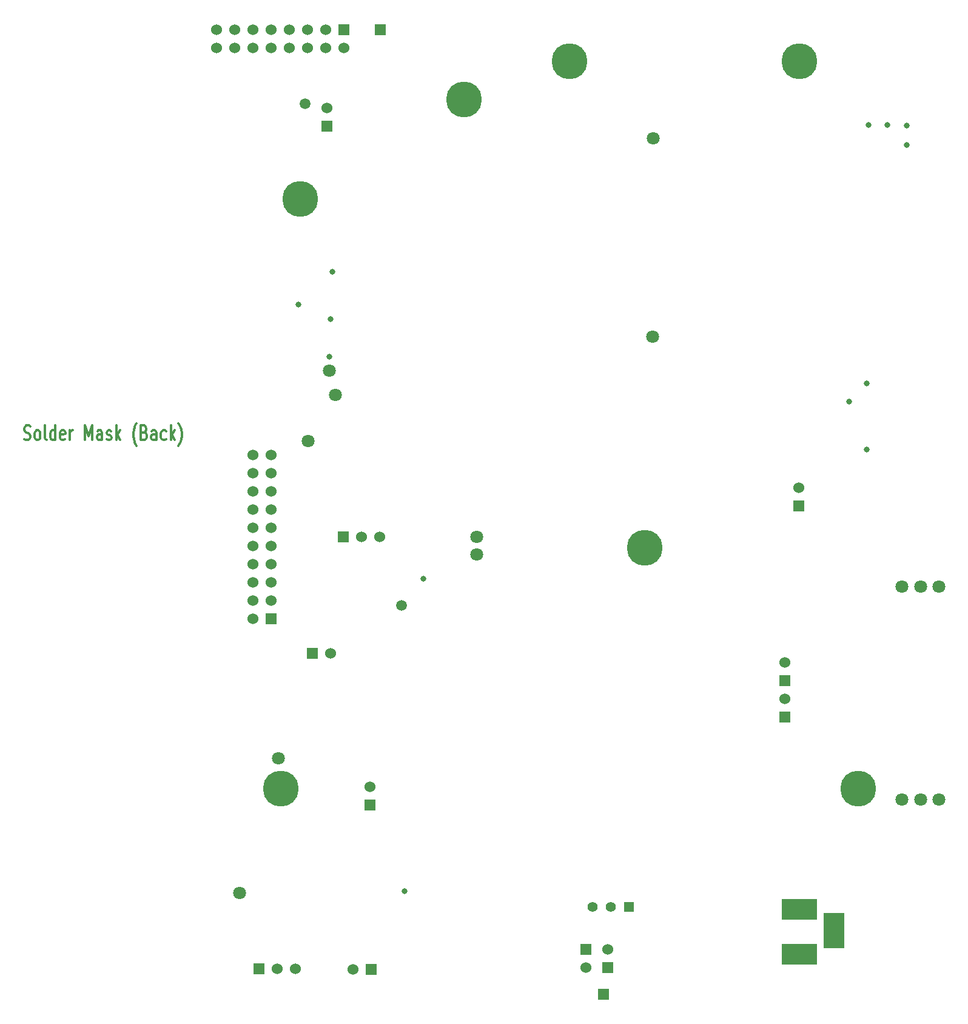
<source format=gbs>
G04 (created by PCBNEW-RS274X (2012-01-19 BZR 3256)-stable) date Fri 21 Sep 2012 20:50:06 BST*
G01*
G70*
G90*
%MOIN*%
G04 Gerber Fmt 3.4, Leading zero omitted, Abs format*
%FSLAX34Y34*%
G04 APERTURE LIST*
%ADD10C,0.009800*%
%ADD11C,0.012000*%
%ADD12R,0.055000X0.055000*%
%ADD13C,0.055000*%
%ADD14R,0.063000X0.063000*%
%ADD15R,0.060000X0.060000*%
%ADD16C,0.060000*%
%ADD17R,0.196900X0.118100*%
%ADD18R,0.118100X0.196900*%
%ADD19C,0.059100*%
%ADD20C,0.070900*%
%ADD21C,0.031600*%
%ADD22C,0.196900*%
G04 APERTURE END LIST*
G54D10*
G54D11*
X05372Y-33760D02*
X05458Y-33798D01*
X05601Y-33798D01*
X05658Y-33760D01*
X05687Y-33722D01*
X05715Y-33645D01*
X05715Y-33569D01*
X05687Y-33493D01*
X05658Y-33455D01*
X05601Y-33417D01*
X05487Y-33379D01*
X05429Y-33341D01*
X05401Y-33303D01*
X05372Y-33226D01*
X05372Y-33150D01*
X05401Y-33074D01*
X05429Y-33036D01*
X05487Y-32998D01*
X05629Y-32998D01*
X05715Y-33036D01*
X06058Y-33798D02*
X06000Y-33760D01*
X05972Y-33722D01*
X05943Y-33645D01*
X05943Y-33417D01*
X05972Y-33341D01*
X06000Y-33303D01*
X06058Y-33264D01*
X06143Y-33264D01*
X06200Y-33303D01*
X06229Y-33341D01*
X06258Y-33417D01*
X06258Y-33645D01*
X06229Y-33722D01*
X06200Y-33760D01*
X06143Y-33798D01*
X06058Y-33798D01*
X06601Y-33798D02*
X06543Y-33760D01*
X06515Y-33684D01*
X06515Y-32998D01*
X07086Y-33798D02*
X07086Y-32998D01*
X07086Y-33760D02*
X07029Y-33798D01*
X06915Y-33798D01*
X06857Y-33760D01*
X06829Y-33722D01*
X06800Y-33645D01*
X06800Y-33417D01*
X06829Y-33341D01*
X06857Y-33303D01*
X06915Y-33264D01*
X07029Y-33264D01*
X07086Y-33303D01*
X07600Y-33760D02*
X07543Y-33798D01*
X07429Y-33798D01*
X07372Y-33760D01*
X07343Y-33684D01*
X07343Y-33379D01*
X07372Y-33303D01*
X07429Y-33264D01*
X07543Y-33264D01*
X07600Y-33303D01*
X07629Y-33379D01*
X07629Y-33455D01*
X07343Y-33531D01*
X07886Y-33798D02*
X07886Y-33264D01*
X07886Y-33417D02*
X07914Y-33341D01*
X07943Y-33303D01*
X08000Y-33264D01*
X08057Y-33264D01*
X08714Y-33798D02*
X08714Y-32998D01*
X08914Y-33569D01*
X09114Y-32998D01*
X09114Y-33798D01*
X09657Y-33798D02*
X09657Y-33379D01*
X09628Y-33303D01*
X09571Y-33264D01*
X09457Y-33264D01*
X09400Y-33303D01*
X09657Y-33760D02*
X09600Y-33798D01*
X09457Y-33798D01*
X09400Y-33760D01*
X09371Y-33684D01*
X09371Y-33607D01*
X09400Y-33531D01*
X09457Y-33493D01*
X09600Y-33493D01*
X09657Y-33455D01*
X09914Y-33760D02*
X09971Y-33798D01*
X10086Y-33798D01*
X10143Y-33760D01*
X10171Y-33684D01*
X10171Y-33645D01*
X10143Y-33569D01*
X10086Y-33531D01*
X10000Y-33531D01*
X09943Y-33493D01*
X09914Y-33417D01*
X09914Y-33379D01*
X09943Y-33303D01*
X10000Y-33264D01*
X10086Y-33264D01*
X10143Y-33303D01*
X10429Y-33798D02*
X10429Y-32998D01*
X10486Y-33493D02*
X10657Y-33798D01*
X10657Y-33264D02*
X10429Y-33569D01*
X11543Y-34103D02*
X11515Y-34064D01*
X11458Y-33950D01*
X11429Y-33874D01*
X11400Y-33760D01*
X11372Y-33569D01*
X11372Y-33417D01*
X11400Y-33226D01*
X11429Y-33112D01*
X11458Y-33036D01*
X11515Y-32922D01*
X11543Y-32884D01*
X11972Y-33379D02*
X12058Y-33417D01*
X12086Y-33455D01*
X12115Y-33531D01*
X12115Y-33645D01*
X12086Y-33722D01*
X12058Y-33760D01*
X12000Y-33798D01*
X11772Y-33798D01*
X11772Y-32998D01*
X11972Y-32998D01*
X12029Y-33036D01*
X12058Y-33074D01*
X12086Y-33150D01*
X12086Y-33226D01*
X12058Y-33303D01*
X12029Y-33341D01*
X11972Y-33379D01*
X11772Y-33379D01*
X12629Y-33798D02*
X12629Y-33379D01*
X12600Y-33303D01*
X12543Y-33264D01*
X12429Y-33264D01*
X12372Y-33303D01*
X12629Y-33760D02*
X12572Y-33798D01*
X12429Y-33798D01*
X12372Y-33760D01*
X12343Y-33684D01*
X12343Y-33607D01*
X12372Y-33531D01*
X12429Y-33493D01*
X12572Y-33493D01*
X12629Y-33455D01*
X13172Y-33760D02*
X13115Y-33798D01*
X13001Y-33798D01*
X12943Y-33760D01*
X12915Y-33722D01*
X12886Y-33645D01*
X12886Y-33417D01*
X12915Y-33341D01*
X12943Y-33303D01*
X13001Y-33264D01*
X13115Y-33264D01*
X13172Y-33303D01*
X13429Y-33798D02*
X13429Y-32998D01*
X13486Y-33493D02*
X13657Y-33798D01*
X13657Y-33264D02*
X13429Y-33569D01*
X13858Y-34103D02*
X13886Y-34064D01*
X13943Y-33950D01*
X13972Y-33874D01*
X14001Y-33760D01*
X14029Y-33569D01*
X14029Y-33417D01*
X14001Y-33226D01*
X13972Y-33112D01*
X13943Y-33036D01*
X13886Y-32922D01*
X13858Y-32884D01*
G54D12*
X38598Y-59459D03*
G54D13*
X37598Y-59459D03*
X36598Y-59459D03*
G54D14*
X24951Y-11250D03*
G54D15*
X22939Y-11242D03*
G54D16*
X22939Y-12242D03*
X21939Y-11242D03*
X21939Y-12242D03*
X20939Y-11242D03*
X20939Y-12242D03*
X19939Y-11242D03*
X19939Y-12242D03*
X18939Y-11242D03*
X18939Y-12242D03*
X17939Y-11242D03*
X17939Y-12242D03*
X16939Y-11242D03*
X16939Y-12242D03*
X15939Y-12242D03*
X15939Y-11242D03*
G54D17*
X47982Y-62041D03*
X47982Y-59581D03*
G54D18*
X49872Y-60762D03*
G54D19*
X20827Y-15315D03*
X26122Y-42894D03*
G54D20*
X30236Y-40069D03*
G54D21*
X22303Y-24567D03*
G54D15*
X18935Y-43630D03*
G54D16*
X17935Y-43630D03*
X18935Y-42630D03*
X17935Y-42630D03*
X18935Y-41630D03*
X17935Y-41630D03*
X18935Y-40630D03*
X17935Y-40630D03*
X18935Y-39630D03*
X17935Y-39630D03*
X18935Y-38630D03*
X17935Y-38630D03*
X18935Y-37630D03*
X17935Y-37630D03*
X18935Y-36630D03*
X17935Y-36630D03*
X18935Y-35630D03*
X17935Y-35630D03*
X18935Y-34630D03*
X17935Y-34630D03*
G54D21*
X26289Y-58593D03*
X27323Y-41427D03*
X53868Y-16516D03*
X53868Y-17579D03*
X52795Y-16496D03*
X51791Y-16496D03*
X22224Y-27136D03*
X51663Y-34311D03*
X51663Y-30679D03*
X50709Y-31673D03*
X22146Y-29203D03*
G54D22*
X19469Y-52953D03*
X51220Y-52953D03*
X39469Y-39715D03*
X20543Y-20567D03*
X47972Y-12992D03*
G54D21*
X20443Y-26348D03*
G54D22*
X35345Y-12992D03*
G54D15*
X47953Y-37419D03*
G54D16*
X47953Y-36419D03*
G54D15*
X18291Y-62854D03*
G54D16*
X19291Y-62854D03*
X20291Y-62854D03*
G54D15*
X22917Y-39134D03*
G54D16*
X23917Y-39134D03*
X24917Y-39134D03*
G54D15*
X21222Y-45522D03*
G54D16*
X22222Y-45522D03*
G54D15*
X21998Y-16563D03*
G54D16*
X21998Y-15563D03*
G54D15*
X47165Y-47008D03*
G54D16*
X47165Y-46008D03*
G54D15*
X47169Y-49008D03*
G54D16*
X47169Y-48008D03*
G54D20*
X30246Y-39104D03*
X22156Y-29990D03*
X22470Y-31329D03*
X39931Y-17205D03*
X39911Y-28110D03*
X20974Y-33858D03*
X17200Y-58700D03*
X19350Y-51289D03*
X54630Y-41854D03*
X55630Y-41850D03*
X53622Y-41850D03*
X53622Y-53543D03*
X54634Y-53543D03*
X55630Y-53543D03*
G54D22*
X29547Y-15089D03*
G54D15*
X36252Y-61783D03*
G54D16*
X36252Y-62783D03*
G54D15*
X24437Y-62874D03*
G54D16*
X23437Y-62874D03*
G54D15*
X37449Y-62783D03*
G54D16*
X37449Y-61783D03*
G54D15*
X24380Y-53846D03*
G54D16*
X24380Y-52846D03*
G54D15*
X37197Y-64244D03*
M02*

</source>
